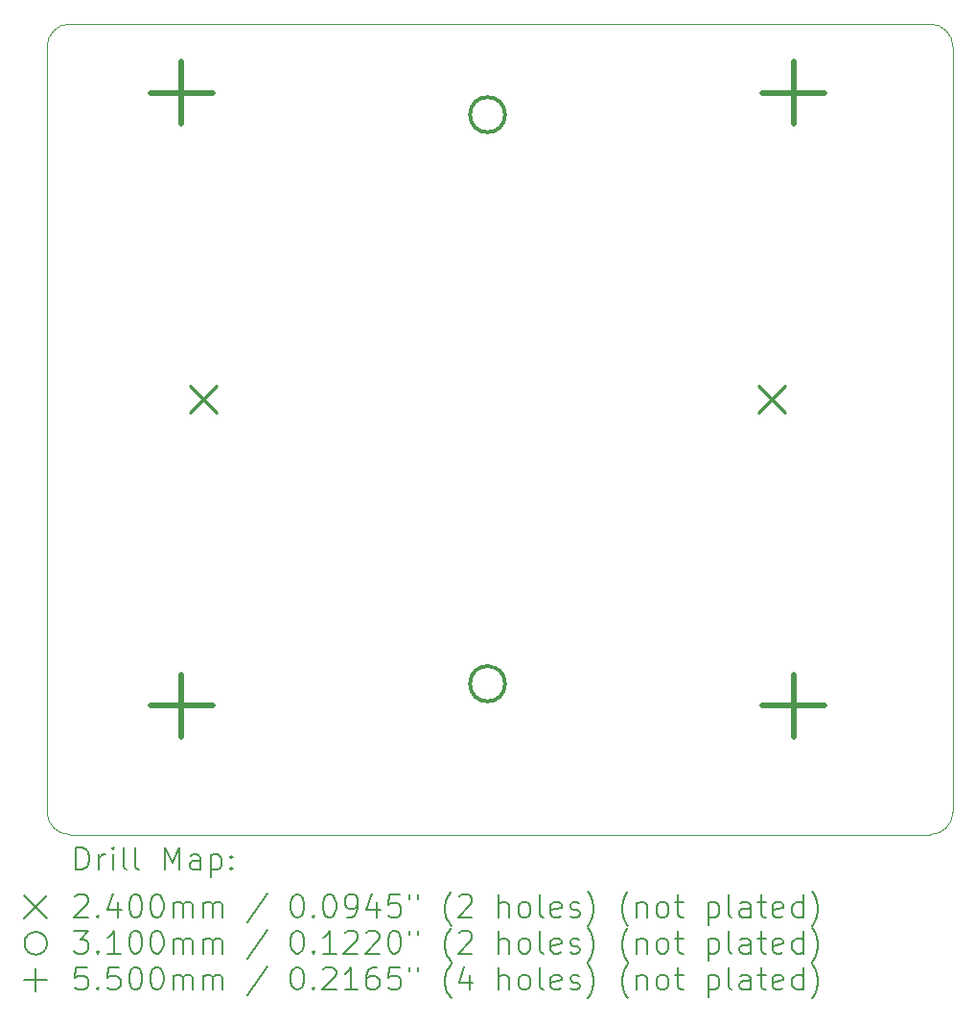
<source format=gbr>
%FSLAX45Y45*%
G04 Gerber Fmt 4.5, Leading zero omitted, Abs format (unit mm)*
G04 Created by KiCad (PCBNEW (6.0.2)) date 2022-09-07 19:19:19*
%MOMM*%
%LPD*%
G01*
G04 APERTURE LIST*
%TA.AperFunction,Profile*%
%ADD10C,0.001000*%
%TD*%
%ADD11C,0.200000*%
%ADD12C,0.240000*%
%ADD13C,0.310000*%
%ADD14C,0.550000*%
G04 APERTURE END LIST*
D10*
X11050110Y-6925360D02*
G75*
G03*
X10850110Y-7125360I0J-200000D01*
G01*
X18850110Y-7125360D02*
G75*
G03*
X18650110Y-6925360I-200000J0D01*
G01*
X18650110Y-14075360D02*
G75*
G03*
X18850110Y-13875360I0J200000D01*
G01*
X10850110Y-13875360D02*
X10850110Y-7125360D01*
X10850110Y-13875360D02*
G75*
G03*
X11050110Y-14075360I200000J0D01*
G01*
X18850110Y-7125360D02*
X18850110Y-13875360D01*
X18650110Y-14075360D02*
X11050110Y-14075360D01*
X11050110Y-6925360D02*
X18650110Y-6925360D01*
D11*
D12*
X12110110Y-10115360D02*
X12350110Y-10355360D01*
X12350110Y-10115360D02*
X12110110Y-10355360D01*
X17130110Y-10115360D02*
X17370110Y-10355360D01*
X17370110Y-10115360D02*
X17130110Y-10355360D01*
D13*
X14895110Y-7725360D02*
G75*
G03*
X14895110Y-7725360I-155000J0D01*
G01*
X14895110Y-12745360D02*
G75*
G03*
X14895110Y-12745360I-155000J0D01*
G01*
D14*
X12037110Y-7257360D02*
X12037110Y-7807360D01*
X11762110Y-7532360D02*
X12312110Y-7532360D01*
X12037110Y-12663360D02*
X12037110Y-13213360D01*
X11762110Y-12938360D02*
X12312110Y-12938360D01*
X17443110Y-7257360D02*
X17443110Y-7807360D01*
X17168110Y-7532360D02*
X17718110Y-7532360D01*
X17443110Y-12663360D02*
X17443110Y-13213360D01*
X17168110Y-12938360D02*
X17718110Y-12938360D01*
D11*
X11107679Y-14385886D02*
X11107679Y-14185886D01*
X11155298Y-14185886D01*
X11183870Y-14195410D01*
X11202917Y-14214458D01*
X11212441Y-14233505D01*
X11221965Y-14271600D01*
X11221965Y-14300172D01*
X11212441Y-14338267D01*
X11202917Y-14357315D01*
X11183870Y-14376362D01*
X11155298Y-14385886D01*
X11107679Y-14385886D01*
X11307679Y-14385886D02*
X11307679Y-14252553D01*
X11307679Y-14290648D02*
X11317203Y-14271600D01*
X11326727Y-14262077D01*
X11345774Y-14252553D01*
X11364822Y-14252553D01*
X11431488Y-14385886D02*
X11431488Y-14252553D01*
X11431488Y-14185886D02*
X11421965Y-14195410D01*
X11431488Y-14204934D01*
X11441012Y-14195410D01*
X11431488Y-14185886D01*
X11431488Y-14204934D01*
X11555298Y-14385886D02*
X11536250Y-14376362D01*
X11526727Y-14357315D01*
X11526727Y-14185886D01*
X11660060Y-14385886D02*
X11641012Y-14376362D01*
X11631488Y-14357315D01*
X11631488Y-14185886D01*
X11888631Y-14385886D02*
X11888631Y-14185886D01*
X11955298Y-14328743D01*
X12021965Y-14185886D01*
X12021965Y-14385886D01*
X12202917Y-14385886D02*
X12202917Y-14281124D01*
X12193393Y-14262077D01*
X12174346Y-14252553D01*
X12136250Y-14252553D01*
X12117203Y-14262077D01*
X12202917Y-14376362D02*
X12183869Y-14385886D01*
X12136250Y-14385886D01*
X12117203Y-14376362D01*
X12107679Y-14357315D01*
X12107679Y-14338267D01*
X12117203Y-14319219D01*
X12136250Y-14309696D01*
X12183869Y-14309696D01*
X12202917Y-14300172D01*
X12298155Y-14252553D02*
X12298155Y-14452553D01*
X12298155Y-14262077D02*
X12317203Y-14252553D01*
X12355298Y-14252553D01*
X12374346Y-14262077D01*
X12383869Y-14271600D01*
X12393393Y-14290648D01*
X12393393Y-14347791D01*
X12383869Y-14366838D01*
X12374346Y-14376362D01*
X12355298Y-14385886D01*
X12317203Y-14385886D01*
X12298155Y-14376362D01*
X12479108Y-14366838D02*
X12488631Y-14376362D01*
X12479108Y-14385886D01*
X12469584Y-14376362D01*
X12479108Y-14366838D01*
X12479108Y-14385886D01*
X12479108Y-14262077D02*
X12488631Y-14271600D01*
X12479108Y-14281124D01*
X12469584Y-14271600D01*
X12479108Y-14262077D01*
X12479108Y-14281124D01*
X10650060Y-14615410D02*
X10850060Y-14815410D01*
X10850060Y-14615410D02*
X10650060Y-14815410D01*
X11098155Y-14624934D02*
X11107679Y-14615410D01*
X11126727Y-14605886D01*
X11174346Y-14605886D01*
X11193393Y-14615410D01*
X11202917Y-14624934D01*
X11212441Y-14643981D01*
X11212441Y-14663029D01*
X11202917Y-14691600D01*
X11088631Y-14805886D01*
X11212441Y-14805886D01*
X11298155Y-14786838D02*
X11307679Y-14796362D01*
X11298155Y-14805886D01*
X11288631Y-14796362D01*
X11298155Y-14786838D01*
X11298155Y-14805886D01*
X11479108Y-14672553D02*
X11479108Y-14805886D01*
X11431488Y-14596362D02*
X11383869Y-14739219D01*
X11507679Y-14739219D01*
X11621965Y-14605886D02*
X11641012Y-14605886D01*
X11660060Y-14615410D01*
X11669584Y-14624934D01*
X11679108Y-14643981D01*
X11688631Y-14682077D01*
X11688631Y-14729696D01*
X11679108Y-14767791D01*
X11669584Y-14786838D01*
X11660060Y-14796362D01*
X11641012Y-14805886D01*
X11621965Y-14805886D01*
X11602917Y-14796362D01*
X11593393Y-14786838D01*
X11583869Y-14767791D01*
X11574346Y-14729696D01*
X11574346Y-14682077D01*
X11583869Y-14643981D01*
X11593393Y-14624934D01*
X11602917Y-14615410D01*
X11621965Y-14605886D01*
X11812441Y-14605886D02*
X11831488Y-14605886D01*
X11850536Y-14615410D01*
X11860060Y-14624934D01*
X11869584Y-14643981D01*
X11879108Y-14682077D01*
X11879108Y-14729696D01*
X11869584Y-14767791D01*
X11860060Y-14786838D01*
X11850536Y-14796362D01*
X11831488Y-14805886D01*
X11812441Y-14805886D01*
X11793393Y-14796362D01*
X11783869Y-14786838D01*
X11774346Y-14767791D01*
X11764822Y-14729696D01*
X11764822Y-14682077D01*
X11774346Y-14643981D01*
X11783869Y-14624934D01*
X11793393Y-14615410D01*
X11812441Y-14605886D01*
X11964822Y-14805886D02*
X11964822Y-14672553D01*
X11964822Y-14691600D02*
X11974346Y-14682077D01*
X11993393Y-14672553D01*
X12021965Y-14672553D01*
X12041012Y-14682077D01*
X12050536Y-14701124D01*
X12050536Y-14805886D01*
X12050536Y-14701124D02*
X12060060Y-14682077D01*
X12079108Y-14672553D01*
X12107679Y-14672553D01*
X12126727Y-14682077D01*
X12136250Y-14701124D01*
X12136250Y-14805886D01*
X12231488Y-14805886D02*
X12231488Y-14672553D01*
X12231488Y-14691600D02*
X12241012Y-14682077D01*
X12260060Y-14672553D01*
X12288631Y-14672553D01*
X12307679Y-14682077D01*
X12317203Y-14701124D01*
X12317203Y-14805886D01*
X12317203Y-14701124D02*
X12326727Y-14682077D01*
X12345774Y-14672553D01*
X12374346Y-14672553D01*
X12393393Y-14682077D01*
X12402917Y-14701124D01*
X12402917Y-14805886D01*
X12793393Y-14596362D02*
X12621965Y-14853505D01*
X13050536Y-14605886D02*
X13069584Y-14605886D01*
X13088631Y-14615410D01*
X13098155Y-14624934D01*
X13107679Y-14643981D01*
X13117203Y-14682077D01*
X13117203Y-14729696D01*
X13107679Y-14767791D01*
X13098155Y-14786838D01*
X13088631Y-14796362D01*
X13069584Y-14805886D01*
X13050536Y-14805886D01*
X13031488Y-14796362D01*
X13021965Y-14786838D01*
X13012441Y-14767791D01*
X13002917Y-14729696D01*
X13002917Y-14682077D01*
X13012441Y-14643981D01*
X13021965Y-14624934D01*
X13031488Y-14615410D01*
X13050536Y-14605886D01*
X13202917Y-14786838D02*
X13212441Y-14796362D01*
X13202917Y-14805886D01*
X13193393Y-14796362D01*
X13202917Y-14786838D01*
X13202917Y-14805886D01*
X13336250Y-14605886D02*
X13355298Y-14605886D01*
X13374346Y-14615410D01*
X13383869Y-14624934D01*
X13393393Y-14643981D01*
X13402917Y-14682077D01*
X13402917Y-14729696D01*
X13393393Y-14767791D01*
X13383869Y-14786838D01*
X13374346Y-14796362D01*
X13355298Y-14805886D01*
X13336250Y-14805886D01*
X13317203Y-14796362D01*
X13307679Y-14786838D01*
X13298155Y-14767791D01*
X13288631Y-14729696D01*
X13288631Y-14682077D01*
X13298155Y-14643981D01*
X13307679Y-14624934D01*
X13317203Y-14615410D01*
X13336250Y-14605886D01*
X13498155Y-14805886D02*
X13536250Y-14805886D01*
X13555298Y-14796362D01*
X13564822Y-14786838D01*
X13583869Y-14758267D01*
X13593393Y-14720172D01*
X13593393Y-14643981D01*
X13583869Y-14624934D01*
X13574346Y-14615410D01*
X13555298Y-14605886D01*
X13517203Y-14605886D01*
X13498155Y-14615410D01*
X13488631Y-14624934D01*
X13479108Y-14643981D01*
X13479108Y-14691600D01*
X13488631Y-14710648D01*
X13498155Y-14720172D01*
X13517203Y-14729696D01*
X13555298Y-14729696D01*
X13574346Y-14720172D01*
X13583869Y-14710648D01*
X13593393Y-14691600D01*
X13764822Y-14672553D02*
X13764822Y-14805886D01*
X13717203Y-14596362D02*
X13669584Y-14739219D01*
X13793393Y-14739219D01*
X13964822Y-14605886D02*
X13869584Y-14605886D01*
X13860060Y-14701124D01*
X13869584Y-14691600D01*
X13888631Y-14682077D01*
X13936250Y-14682077D01*
X13955298Y-14691600D01*
X13964822Y-14701124D01*
X13974346Y-14720172D01*
X13974346Y-14767791D01*
X13964822Y-14786838D01*
X13955298Y-14796362D01*
X13936250Y-14805886D01*
X13888631Y-14805886D01*
X13869584Y-14796362D01*
X13860060Y-14786838D01*
X14050536Y-14605886D02*
X14050536Y-14643981D01*
X14126727Y-14605886D02*
X14126727Y-14643981D01*
X14421965Y-14882077D02*
X14412441Y-14872553D01*
X14393393Y-14843981D01*
X14383869Y-14824934D01*
X14374346Y-14796362D01*
X14364822Y-14748743D01*
X14364822Y-14710648D01*
X14374346Y-14663029D01*
X14383869Y-14634458D01*
X14393393Y-14615410D01*
X14412441Y-14586838D01*
X14421965Y-14577315D01*
X14488631Y-14624934D02*
X14498155Y-14615410D01*
X14517203Y-14605886D01*
X14564822Y-14605886D01*
X14583869Y-14615410D01*
X14593393Y-14624934D01*
X14602917Y-14643981D01*
X14602917Y-14663029D01*
X14593393Y-14691600D01*
X14479108Y-14805886D01*
X14602917Y-14805886D01*
X14841012Y-14805886D02*
X14841012Y-14605886D01*
X14926727Y-14805886D02*
X14926727Y-14701124D01*
X14917203Y-14682077D01*
X14898155Y-14672553D01*
X14869584Y-14672553D01*
X14850536Y-14682077D01*
X14841012Y-14691600D01*
X15050536Y-14805886D02*
X15031488Y-14796362D01*
X15021965Y-14786838D01*
X15012441Y-14767791D01*
X15012441Y-14710648D01*
X15021965Y-14691600D01*
X15031488Y-14682077D01*
X15050536Y-14672553D01*
X15079108Y-14672553D01*
X15098155Y-14682077D01*
X15107679Y-14691600D01*
X15117203Y-14710648D01*
X15117203Y-14767791D01*
X15107679Y-14786838D01*
X15098155Y-14796362D01*
X15079108Y-14805886D01*
X15050536Y-14805886D01*
X15231488Y-14805886D02*
X15212441Y-14796362D01*
X15202917Y-14777315D01*
X15202917Y-14605886D01*
X15383869Y-14796362D02*
X15364822Y-14805886D01*
X15326727Y-14805886D01*
X15307679Y-14796362D01*
X15298155Y-14777315D01*
X15298155Y-14701124D01*
X15307679Y-14682077D01*
X15326727Y-14672553D01*
X15364822Y-14672553D01*
X15383869Y-14682077D01*
X15393393Y-14701124D01*
X15393393Y-14720172D01*
X15298155Y-14739219D01*
X15469584Y-14796362D02*
X15488631Y-14805886D01*
X15526727Y-14805886D01*
X15545774Y-14796362D01*
X15555298Y-14777315D01*
X15555298Y-14767791D01*
X15545774Y-14748743D01*
X15526727Y-14739219D01*
X15498155Y-14739219D01*
X15479108Y-14729696D01*
X15469584Y-14710648D01*
X15469584Y-14701124D01*
X15479108Y-14682077D01*
X15498155Y-14672553D01*
X15526727Y-14672553D01*
X15545774Y-14682077D01*
X15621965Y-14882077D02*
X15631488Y-14872553D01*
X15650536Y-14843981D01*
X15660060Y-14824934D01*
X15669584Y-14796362D01*
X15679108Y-14748743D01*
X15679108Y-14710648D01*
X15669584Y-14663029D01*
X15660060Y-14634458D01*
X15650536Y-14615410D01*
X15631488Y-14586838D01*
X15621965Y-14577315D01*
X15983869Y-14882077D02*
X15974346Y-14872553D01*
X15955298Y-14843981D01*
X15945774Y-14824934D01*
X15936250Y-14796362D01*
X15926727Y-14748743D01*
X15926727Y-14710648D01*
X15936250Y-14663029D01*
X15945774Y-14634458D01*
X15955298Y-14615410D01*
X15974346Y-14586838D01*
X15983869Y-14577315D01*
X16060060Y-14672553D02*
X16060060Y-14805886D01*
X16060060Y-14691600D02*
X16069584Y-14682077D01*
X16088631Y-14672553D01*
X16117203Y-14672553D01*
X16136250Y-14682077D01*
X16145774Y-14701124D01*
X16145774Y-14805886D01*
X16269584Y-14805886D02*
X16250536Y-14796362D01*
X16241012Y-14786838D01*
X16231488Y-14767791D01*
X16231488Y-14710648D01*
X16241012Y-14691600D01*
X16250536Y-14682077D01*
X16269584Y-14672553D01*
X16298155Y-14672553D01*
X16317203Y-14682077D01*
X16326727Y-14691600D01*
X16336250Y-14710648D01*
X16336250Y-14767791D01*
X16326727Y-14786838D01*
X16317203Y-14796362D01*
X16298155Y-14805886D01*
X16269584Y-14805886D01*
X16393393Y-14672553D02*
X16469584Y-14672553D01*
X16421965Y-14605886D02*
X16421965Y-14777315D01*
X16431488Y-14796362D01*
X16450536Y-14805886D01*
X16469584Y-14805886D01*
X16688631Y-14672553D02*
X16688631Y-14872553D01*
X16688631Y-14682077D02*
X16707679Y-14672553D01*
X16745774Y-14672553D01*
X16764822Y-14682077D01*
X16774346Y-14691600D01*
X16783870Y-14710648D01*
X16783870Y-14767791D01*
X16774346Y-14786838D01*
X16764822Y-14796362D01*
X16745774Y-14805886D01*
X16707679Y-14805886D01*
X16688631Y-14796362D01*
X16898155Y-14805886D02*
X16879108Y-14796362D01*
X16869584Y-14777315D01*
X16869584Y-14605886D01*
X17060060Y-14805886D02*
X17060060Y-14701124D01*
X17050536Y-14682077D01*
X17031489Y-14672553D01*
X16993393Y-14672553D01*
X16974346Y-14682077D01*
X17060060Y-14796362D02*
X17041012Y-14805886D01*
X16993393Y-14805886D01*
X16974346Y-14796362D01*
X16964822Y-14777315D01*
X16964822Y-14758267D01*
X16974346Y-14739219D01*
X16993393Y-14729696D01*
X17041012Y-14729696D01*
X17060060Y-14720172D01*
X17126727Y-14672553D02*
X17202917Y-14672553D01*
X17155298Y-14605886D02*
X17155298Y-14777315D01*
X17164822Y-14796362D01*
X17183870Y-14805886D01*
X17202917Y-14805886D01*
X17345774Y-14796362D02*
X17326727Y-14805886D01*
X17288631Y-14805886D01*
X17269584Y-14796362D01*
X17260060Y-14777315D01*
X17260060Y-14701124D01*
X17269584Y-14682077D01*
X17288631Y-14672553D01*
X17326727Y-14672553D01*
X17345774Y-14682077D01*
X17355298Y-14701124D01*
X17355298Y-14720172D01*
X17260060Y-14739219D01*
X17526727Y-14805886D02*
X17526727Y-14605886D01*
X17526727Y-14796362D02*
X17507679Y-14805886D01*
X17469584Y-14805886D01*
X17450536Y-14796362D01*
X17441012Y-14786838D01*
X17431489Y-14767791D01*
X17431489Y-14710648D01*
X17441012Y-14691600D01*
X17450536Y-14682077D01*
X17469584Y-14672553D01*
X17507679Y-14672553D01*
X17526727Y-14682077D01*
X17602917Y-14882077D02*
X17612441Y-14872553D01*
X17631489Y-14843981D01*
X17641012Y-14824934D01*
X17650536Y-14796362D01*
X17660060Y-14748743D01*
X17660060Y-14710648D01*
X17650536Y-14663029D01*
X17641012Y-14634458D01*
X17631489Y-14615410D01*
X17612441Y-14586838D01*
X17602917Y-14577315D01*
X10850060Y-15035410D02*
G75*
G03*
X10850060Y-15035410I-100000J0D01*
G01*
X11088631Y-14925886D02*
X11212441Y-14925886D01*
X11145774Y-15002077D01*
X11174346Y-15002077D01*
X11193393Y-15011600D01*
X11202917Y-15021124D01*
X11212441Y-15040172D01*
X11212441Y-15087791D01*
X11202917Y-15106838D01*
X11193393Y-15116362D01*
X11174346Y-15125886D01*
X11117203Y-15125886D01*
X11098155Y-15116362D01*
X11088631Y-15106838D01*
X11298155Y-15106838D02*
X11307679Y-15116362D01*
X11298155Y-15125886D01*
X11288631Y-15116362D01*
X11298155Y-15106838D01*
X11298155Y-15125886D01*
X11498155Y-15125886D02*
X11383869Y-15125886D01*
X11441012Y-15125886D02*
X11441012Y-14925886D01*
X11421965Y-14954458D01*
X11402917Y-14973505D01*
X11383869Y-14983029D01*
X11621965Y-14925886D02*
X11641012Y-14925886D01*
X11660060Y-14935410D01*
X11669584Y-14944934D01*
X11679108Y-14963981D01*
X11688631Y-15002077D01*
X11688631Y-15049696D01*
X11679108Y-15087791D01*
X11669584Y-15106838D01*
X11660060Y-15116362D01*
X11641012Y-15125886D01*
X11621965Y-15125886D01*
X11602917Y-15116362D01*
X11593393Y-15106838D01*
X11583869Y-15087791D01*
X11574346Y-15049696D01*
X11574346Y-15002077D01*
X11583869Y-14963981D01*
X11593393Y-14944934D01*
X11602917Y-14935410D01*
X11621965Y-14925886D01*
X11812441Y-14925886D02*
X11831488Y-14925886D01*
X11850536Y-14935410D01*
X11860060Y-14944934D01*
X11869584Y-14963981D01*
X11879108Y-15002077D01*
X11879108Y-15049696D01*
X11869584Y-15087791D01*
X11860060Y-15106838D01*
X11850536Y-15116362D01*
X11831488Y-15125886D01*
X11812441Y-15125886D01*
X11793393Y-15116362D01*
X11783869Y-15106838D01*
X11774346Y-15087791D01*
X11764822Y-15049696D01*
X11764822Y-15002077D01*
X11774346Y-14963981D01*
X11783869Y-14944934D01*
X11793393Y-14935410D01*
X11812441Y-14925886D01*
X11964822Y-15125886D02*
X11964822Y-14992553D01*
X11964822Y-15011600D02*
X11974346Y-15002077D01*
X11993393Y-14992553D01*
X12021965Y-14992553D01*
X12041012Y-15002077D01*
X12050536Y-15021124D01*
X12050536Y-15125886D01*
X12050536Y-15021124D02*
X12060060Y-15002077D01*
X12079108Y-14992553D01*
X12107679Y-14992553D01*
X12126727Y-15002077D01*
X12136250Y-15021124D01*
X12136250Y-15125886D01*
X12231488Y-15125886D02*
X12231488Y-14992553D01*
X12231488Y-15011600D02*
X12241012Y-15002077D01*
X12260060Y-14992553D01*
X12288631Y-14992553D01*
X12307679Y-15002077D01*
X12317203Y-15021124D01*
X12317203Y-15125886D01*
X12317203Y-15021124D02*
X12326727Y-15002077D01*
X12345774Y-14992553D01*
X12374346Y-14992553D01*
X12393393Y-15002077D01*
X12402917Y-15021124D01*
X12402917Y-15125886D01*
X12793393Y-14916362D02*
X12621965Y-15173505D01*
X13050536Y-14925886D02*
X13069584Y-14925886D01*
X13088631Y-14935410D01*
X13098155Y-14944934D01*
X13107679Y-14963981D01*
X13117203Y-15002077D01*
X13117203Y-15049696D01*
X13107679Y-15087791D01*
X13098155Y-15106838D01*
X13088631Y-15116362D01*
X13069584Y-15125886D01*
X13050536Y-15125886D01*
X13031488Y-15116362D01*
X13021965Y-15106838D01*
X13012441Y-15087791D01*
X13002917Y-15049696D01*
X13002917Y-15002077D01*
X13012441Y-14963981D01*
X13021965Y-14944934D01*
X13031488Y-14935410D01*
X13050536Y-14925886D01*
X13202917Y-15106838D02*
X13212441Y-15116362D01*
X13202917Y-15125886D01*
X13193393Y-15116362D01*
X13202917Y-15106838D01*
X13202917Y-15125886D01*
X13402917Y-15125886D02*
X13288631Y-15125886D01*
X13345774Y-15125886D02*
X13345774Y-14925886D01*
X13326727Y-14954458D01*
X13307679Y-14973505D01*
X13288631Y-14983029D01*
X13479108Y-14944934D02*
X13488631Y-14935410D01*
X13507679Y-14925886D01*
X13555298Y-14925886D01*
X13574346Y-14935410D01*
X13583869Y-14944934D01*
X13593393Y-14963981D01*
X13593393Y-14983029D01*
X13583869Y-15011600D01*
X13469584Y-15125886D01*
X13593393Y-15125886D01*
X13669584Y-14944934D02*
X13679108Y-14935410D01*
X13698155Y-14925886D01*
X13745774Y-14925886D01*
X13764822Y-14935410D01*
X13774346Y-14944934D01*
X13783869Y-14963981D01*
X13783869Y-14983029D01*
X13774346Y-15011600D01*
X13660060Y-15125886D01*
X13783869Y-15125886D01*
X13907679Y-14925886D02*
X13926727Y-14925886D01*
X13945774Y-14935410D01*
X13955298Y-14944934D01*
X13964822Y-14963981D01*
X13974346Y-15002077D01*
X13974346Y-15049696D01*
X13964822Y-15087791D01*
X13955298Y-15106838D01*
X13945774Y-15116362D01*
X13926727Y-15125886D01*
X13907679Y-15125886D01*
X13888631Y-15116362D01*
X13879108Y-15106838D01*
X13869584Y-15087791D01*
X13860060Y-15049696D01*
X13860060Y-15002077D01*
X13869584Y-14963981D01*
X13879108Y-14944934D01*
X13888631Y-14935410D01*
X13907679Y-14925886D01*
X14050536Y-14925886D02*
X14050536Y-14963981D01*
X14126727Y-14925886D02*
X14126727Y-14963981D01*
X14421965Y-15202077D02*
X14412441Y-15192553D01*
X14393393Y-15163981D01*
X14383869Y-15144934D01*
X14374346Y-15116362D01*
X14364822Y-15068743D01*
X14364822Y-15030648D01*
X14374346Y-14983029D01*
X14383869Y-14954458D01*
X14393393Y-14935410D01*
X14412441Y-14906838D01*
X14421965Y-14897315D01*
X14488631Y-14944934D02*
X14498155Y-14935410D01*
X14517203Y-14925886D01*
X14564822Y-14925886D01*
X14583869Y-14935410D01*
X14593393Y-14944934D01*
X14602917Y-14963981D01*
X14602917Y-14983029D01*
X14593393Y-15011600D01*
X14479108Y-15125886D01*
X14602917Y-15125886D01*
X14841012Y-15125886D02*
X14841012Y-14925886D01*
X14926727Y-15125886D02*
X14926727Y-15021124D01*
X14917203Y-15002077D01*
X14898155Y-14992553D01*
X14869584Y-14992553D01*
X14850536Y-15002077D01*
X14841012Y-15011600D01*
X15050536Y-15125886D02*
X15031488Y-15116362D01*
X15021965Y-15106838D01*
X15012441Y-15087791D01*
X15012441Y-15030648D01*
X15021965Y-15011600D01*
X15031488Y-15002077D01*
X15050536Y-14992553D01*
X15079108Y-14992553D01*
X15098155Y-15002077D01*
X15107679Y-15011600D01*
X15117203Y-15030648D01*
X15117203Y-15087791D01*
X15107679Y-15106838D01*
X15098155Y-15116362D01*
X15079108Y-15125886D01*
X15050536Y-15125886D01*
X15231488Y-15125886D02*
X15212441Y-15116362D01*
X15202917Y-15097315D01*
X15202917Y-14925886D01*
X15383869Y-15116362D02*
X15364822Y-15125886D01*
X15326727Y-15125886D01*
X15307679Y-15116362D01*
X15298155Y-15097315D01*
X15298155Y-15021124D01*
X15307679Y-15002077D01*
X15326727Y-14992553D01*
X15364822Y-14992553D01*
X15383869Y-15002077D01*
X15393393Y-15021124D01*
X15393393Y-15040172D01*
X15298155Y-15059219D01*
X15469584Y-15116362D02*
X15488631Y-15125886D01*
X15526727Y-15125886D01*
X15545774Y-15116362D01*
X15555298Y-15097315D01*
X15555298Y-15087791D01*
X15545774Y-15068743D01*
X15526727Y-15059219D01*
X15498155Y-15059219D01*
X15479108Y-15049696D01*
X15469584Y-15030648D01*
X15469584Y-15021124D01*
X15479108Y-15002077D01*
X15498155Y-14992553D01*
X15526727Y-14992553D01*
X15545774Y-15002077D01*
X15621965Y-15202077D02*
X15631488Y-15192553D01*
X15650536Y-15163981D01*
X15660060Y-15144934D01*
X15669584Y-15116362D01*
X15679108Y-15068743D01*
X15679108Y-15030648D01*
X15669584Y-14983029D01*
X15660060Y-14954458D01*
X15650536Y-14935410D01*
X15631488Y-14906838D01*
X15621965Y-14897315D01*
X15983869Y-15202077D02*
X15974346Y-15192553D01*
X15955298Y-15163981D01*
X15945774Y-15144934D01*
X15936250Y-15116362D01*
X15926727Y-15068743D01*
X15926727Y-15030648D01*
X15936250Y-14983029D01*
X15945774Y-14954458D01*
X15955298Y-14935410D01*
X15974346Y-14906838D01*
X15983869Y-14897315D01*
X16060060Y-14992553D02*
X16060060Y-15125886D01*
X16060060Y-15011600D02*
X16069584Y-15002077D01*
X16088631Y-14992553D01*
X16117203Y-14992553D01*
X16136250Y-15002077D01*
X16145774Y-15021124D01*
X16145774Y-15125886D01*
X16269584Y-15125886D02*
X16250536Y-15116362D01*
X16241012Y-15106838D01*
X16231488Y-15087791D01*
X16231488Y-15030648D01*
X16241012Y-15011600D01*
X16250536Y-15002077D01*
X16269584Y-14992553D01*
X16298155Y-14992553D01*
X16317203Y-15002077D01*
X16326727Y-15011600D01*
X16336250Y-15030648D01*
X16336250Y-15087791D01*
X16326727Y-15106838D01*
X16317203Y-15116362D01*
X16298155Y-15125886D01*
X16269584Y-15125886D01*
X16393393Y-14992553D02*
X16469584Y-14992553D01*
X16421965Y-14925886D02*
X16421965Y-15097315D01*
X16431488Y-15116362D01*
X16450536Y-15125886D01*
X16469584Y-15125886D01*
X16688631Y-14992553D02*
X16688631Y-15192553D01*
X16688631Y-15002077D02*
X16707679Y-14992553D01*
X16745774Y-14992553D01*
X16764822Y-15002077D01*
X16774346Y-15011600D01*
X16783870Y-15030648D01*
X16783870Y-15087791D01*
X16774346Y-15106838D01*
X16764822Y-15116362D01*
X16745774Y-15125886D01*
X16707679Y-15125886D01*
X16688631Y-15116362D01*
X16898155Y-15125886D02*
X16879108Y-15116362D01*
X16869584Y-15097315D01*
X16869584Y-14925886D01*
X17060060Y-15125886D02*
X17060060Y-15021124D01*
X17050536Y-15002077D01*
X17031489Y-14992553D01*
X16993393Y-14992553D01*
X16974346Y-15002077D01*
X17060060Y-15116362D02*
X17041012Y-15125886D01*
X16993393Y-15125886D01*
X16974346Y-15116362D01*
X16964822Y-15097315D01*
X16964822Y-15078267D01*
X16974346Y-15059219D01*
X16993393Y-15049696D01*
X17041012Y-15049696D01*
X17060060Y-15040172D01*
X17126727Y-14992553D02*
X17202917Y-14992553D01*
X17155298Y-14925886D02*
X17155298Y-15097315D01*
X17164822Y-15116362D01*
X17183870Y-15125886D01*
X17202917Y-15125886D01*
X17345774Y-15116362D02*
X17326727Y-15125886D01*
X17288631Y-15125886D01*
X17269584Y-15116362D01*
X17260060Y-15097315D01*
X17260060Y-15021124D01*
X17269584Y-15002077D01*
X17288631Y-14992553D01*
X17326727Y-14992553D01*
X17345774Y-15002077D01*
X17355298Y-15021124D01*
X17355298Y-15040172D01*
X17260060Y-15059219D01*
X17526727Y-15125886D02*
X17526727Y-14925886D01*
X17526727Y-15116362D02*
X17507679Y-15125886D01*
X17469584Y-15125886D01*
X17450536Y-15116362D01*
X17441012Y-15106838D01*
X17431489Y-15087791D01*
X17431489Y-15030648D01*
X17441012Y-15011600D01*
X17450536Y-15002077D01*
X17469584Y-14992553D01*
X17507679Y-14992553D01*
X17526727Y-15002077D01*
X17602917Y-15202077D02*
X17612441Y-15192553D01*
X17631489Y-15163981D01*
X17641012Y-15144934D01*
X17650536Y-15116362D01*
X17660060Y-15068743D01*
X17660060Y-15030648D01*
X17650536Y-14983029D01*
X17641012Y-14954458D01*
X17631489Y-14935410D01*
X17612441Y-14906838D01*
X17602917Y-14897315D01*
X10750060Y-15255410D02*
X10750060Y-15455410D01*
X10650060Y-15355410D02*
X10850060Y-15355410D01*
X11202917Y-15245886D02*
X11107679Y-15245886D01*
X11098155Y-15341124D01*
X11107679Y-15331600D01*
X11126727Y-15322077D01*
X11174346Y-15322077D01*
X11193393Y-15331600D01*
X11202917Y-15341124D01*
X11212441Y-15360172D01*
X11212441Y-15407791D01*
X11202917Y-15426838D01*
X11193393Y-15436362D01*
X11174346Y-15445886D01*
X11126727Y-15445886D01*
X11107679Y-15436362D01*
X11098155Y-15426838D01*
X11298155Y-15426838D02*
X11307679Y-15436362D01*
X11298155Y-15445886D01*
X11288631Y-15436362D01*
X11298155Y-15426838D01*
X11298155Y-15445886D01*
X11488631Y-15245886D02*
X11393393Y-15245886D01*
X11383869Y-15341124D01*
X11393393Y-15331600D01*
X11412441Y-15322077D01*
X11460060Y-15322077D01*
X11479108Y-15331600D01*
X11488631Y-15341124D01*
X11498155Y-15360172D01*
X11498155Y-15407791D01*
X11488631Y-15426838D01*
X11479108Y-15436362D01*
X11460060Y-15445886D01*
X11412441Y-15445886D01*
X11393393Y-15436362D01*
X11383869Y-15426838D01*
X11621965Y-15245886D02*
X11641012Y-15245886D01*
X11660060Y-15255410D01*
X11669584Y-15264934D01*
X11679108Y-15283981D01*
X11688631Y-15322077D01*
X11688631Y-15369696D01*
X11679108Y-15407791D01*
X11669584Y-15426838D01*
X11660060Y-15436362D01*
X11641012Y-15445886D01*
X11621965Y-15445886D01*
X11602917Y-15436362D01*
X11593393Y-15426838D01*
X11583869Y-15407791D01*
X11574346Y-15369696D01*
X11574346Y-15322077D01*
X11583869Y-15283981D01*
X11593393Y-15264934D01*
X11602917Y-15255410D01*
X11621965Y-15245886D01*
X11812441Y-15245886D02*
X11831488Y-15245886D01*
X11850536Y-15255410D01*
X11860060Y-15264934D01*
X11869584Y-15283981D01*
X11879108Y-15322077D01*
X11879108Y-15369696D01*
X11869584Y-15407791D01*
X11860060Y-15426838D01*
X11850536Y-15436362D01*
X11831488Y-15445886D01*
X11812441Y-15445886D01*
X11793393Y-15436362D01*
X11783869Y-15426838D01*
X11774346Y-15407791D01*
X11764822Y-15369696D01*
X11764822Y-15322077D01*
X11774346Y-15283981D01*
X11783869Y-15264934D01*
X11793393Y-15255410D01*
X11812441Y-15245886D01*
X11964822Y-15445886D02*
X11964822Y-15312553D01*
X11964822Y-15331600D02*
X11974346Y-15322077D01*
X11993393Y-15312553D01*
X12021965Y-15312553D01*
X12041012Y-15322077D01*
X12050536Y-15341124D01*
X12050536Y-15445886D01*
X12050536Y-15341124D02*
X12060060Y-15322077D01*
X12079108Y-15312553D01*
X12107679Y-15312553D01*
X12126727Y-15322077D01*
X12136250Y-15341124D01*
X12136250Y-15445886D01*
X12231488Y-15445886D02*
X12231488Y-15312553D01*
X12231488Y-15331600D02*
X12241012Y-15322077D01*
X12260060Y-15312553D01*
X12288631Y-15312553D01*
X12307679Y-15322077D01*
X12317203Y-15341124D01*
X12317203Y-15445886D01*
X12317203Y-15341124D02*
X12326727Y-15322077D01*
X12345774Y-15312553D01*
X12374346Y-15312553D01*
X12393393Y-15322077D01*
X12402917Y-15341124D01*
X12402917Y-15445886D01*
X12793393Y-15236362D02*
X12621965Y-15493505D01*
X13050536Y-15245886D02*
X13069584Y-15245886D01*
X13088631Y-15255410D01*
X13098155Y-15264934D01*
X13107679Y-15283981D01*
X13117203Y-15322077D01*
X13117203Y-15369696D01*
X13107679Y-15407791D01*
X13098155Y-15426838D01*
X13088631Y-15436362D01*
X13069584Y-15445886D01*
X13050536Y-15445886D01*
X13031488Y-15436362D01*
X13021965Y-15426838D01*
X13012441Y-15407791D01*
X13002917Y-15369696D01*
X13002917Y-15322077D01*
X13012441Y-15283981D01*
X13021965Y-15264934D01*
X13031488Y-15255410D01*
X13050536Y-15245886D01*
X13202917Y-15426838D02*
X13212441Y-15436362D01*
X13202917Y-15445886D01*
X13193393Y-15436362D01*
X13202917Y-15426838D01*
X13202917Y-15445886D01*
X13288631Y-15264934D02*
X13298155Y-15255410D01*
X13317203Y-15245886D01*
X13364822Y-15245886D01*
X13383869Y-15255410D01*
X13393393Y-15264934D01*
X13402917Y-15283981D01*
X13402917Y-15303029D01*
X13393393Y-15331600D01*
X13279108Y-15445886D01*
X13402917Y-15445886D01*
X13593393Y-15445886D02*
X13479108Y-15445886D01*
X13536250Y-15445886D02*
X13536250Y-15245886D01*
X13517203Y-15274458D01*
X13498155Y-15293505D01*
X13479108Y-15303029D01*
X13764822Y-15245886D02*
X13726727Y-15245886D01*
X13707679Y-15255410D01*
X13698155Y-15264934D01*
X13679108Y-15293505D01*
X13669584Y-15331600D01*
X13669584Y-15407791D01*
X13679108Y-15426838D01*
X13688631Y-15436362D01*
X13707679Y-15445886D01*
X13745774Y-15445886D01*
X13764822Y-15436362D01*
X13774346Y-15426838D01*
X13783869Y-15407791D01*
X13783869Y-15360172D01*
X13774346Y-15341124D01*
X13764822Y-15331600D01*
X13745774Y-15322077D01*
X13707679Y-15322077D01*
X13688631Y-15331600D01*
X13679108Y-15341124D01*
X13669584Y-15360172D01*
X13964822Y-15245886D02*
X13869584Y-15245886D01*
X13860060Y-15341124D01*
X13869584Y-15331600D01*
X13888631Y-15322077D01*
X13936250Y-15322077D01*
X13955298Y-15331600D01*
X13964822Y-15341124D01*
X13974346Y-15360172D01*
X13974346Y-15407791D01*
X13964822Y-15426838D01*
X13955298Y-15436362D01*
X13936250Y-15445886D01*
X13888631Y-15445886D01*
X13869584Y-15436362D01*
X13860060Y-15426838D01*
X14050536Y-15245886D02*
X14050536Y-15283981D01*
X14126727Y-15245886D02*
X14126727Y-15283981D01*
X14421965Y-15522077D02*
X14412441Y-15512553D01*
X14393393Y-15483981D01*
X14383869Y-15464934D01*
X14374346Y-15436362D01*
X14364822Y-15388743D01*
X14364822Y-15350648D01*
X14374346Y-15303029D01*
X14383869Y-15274458D01*
X14393393Y-15255410D01*
X14412441Y-15226838D01*
X14421965Y-15217315D01*
X14583869Y-15312553D02*
X14583869Y-15445886D01*
X14536250Y-15236362D02*
X14488631Y-15379219D01*
X14612441Y-15379219D01*
X14841012Y-15445886D02*
X14841012Y-15245886D01*
X14926727Y-15445886D02*
X14926727Y-15341124D01*
X14917203Y-15322077D01*
X14898155Y-15312553D01*
X14869584Y-15312553D01*
X14850536Y-15322077D01*
X14841012Y-15331600D01*
X15050536Y-15445886D02*
X15031488Y-15436362D01*
X15021965Y-15426838D01*
X15012441Y-15407791D01*
X15012441Y-15350648D01*
X15021965Y-15331600D01*
X15031488Y-15322077D01*
X15050536Y-15312553D01*
X15079108Y-15312553D01*
X15098155Y-15322077D01*
X15107679Y-15331600D01*
X15117203Y-15350648D01*
X15117203Y-15407791D01*
X15107679Y-15426838D01*
X15098155Y-15436362D01*
X15079108Y-15445886D01*
X15050536Y-15445886D01*
X15231488Y-15445886D02*
X15212441Y-15436362D01*
X15202917Y-15417315D01*
X15202917Y-15245886D01*
X15383869Y-15436362D02*
X15364822Y-15445886D01*
X15326727Y-15445886D01*
X15307679Y-15436362D01*
X15298155Y-15417315D01*
X15298155Y-15341124D01*
X15307679Y-15322077D01*
X15326727Y-15312553D01*
X15364822Y-15312553D01*
X15383869Y-15322077D01*
X15393393Y-15341124D01*
X15393393Y-15360172D01*
X15298155Y-15379219D01*
X15469584Y-15436362D02*
X15488631Y-15445886D01*
X15526727Y-15445886D01*
X15545774Y-15436362D01*
X15555298Y-15417315D01*
X15555298Y-15407791D01*
X15545774Y-15388743D01*
X15526727Y-15379219D01*
X15498155Y-15379219D01*
X15479108Y-15369696D01*
X15469584Y-15350648D01*
X15469584Y-15341124D01*
X15479108Y-15322077D01*
X15498155Y-15312553D01*
X15526727Y-15312553D01*
X15545774Y-15322077D01*
X15621965Y-15522077D02*
X15631488Y-15512553D01*
X15650536Y-15483981D01*
X15660060Y-15464934D01*
X15669584Y-15436362D01*
X15679108Y-15388743D01*
X15679108Y-15350648D01*
X15669584Y-15303029D01*
X15660060Y-15274458D01*
X15650536Y-15255410D01*
X15631488Y-15226838D01*
X15621965Y-15217315D01*
X15983869Y-15522077D02*
X15974346Y-15512553D01*
X15955298Y-15483981D01*
X15945774Y-15464934D01*
X15936250Y-15436362D01*
X15926727Y-15388743D01*
X15926727Y-15350648D01*
X15936250Y-15303029D01*
X15945774Y-15274458D01*
X15955298Y-15255410D01*
X15974346Y-15226838D01*
X15983869Y-15217315D01*
X16060060Y-15312553D02*
X16060060Y-15445886D01*
X16060060Y-15331600D02*
X16069584Y-15322077D01*
X16088631Y-15312553D01*
X16117203Y-15312553D01*
X16136250Y-15322077D01*
X16145774Y-15341124D01*
X16145774Y-15445886D01*
X16269584Y-15445886D02*
X16250536Y-15436362D01*
X16241012Y-15426838D01*
X16231488Y-15407791D01*
X16231488Y-15350648D01*
X16241012Y-15331600D01*
X16250536Y-15322077D01*
X16269584Y-15312553D01*
X16298155Y-15312553D01*
X16317203Y-15322077D01*
X16326727Y-15331600D01*
X16336250Y-15350648D01*
X16336250Y-15407791D01*
X16326727Y-15426838D01*
X16317203Y-15436362D01*
X16298155Y-15445886D01*
X16269584Y-15445886D01*
X16393393Y-15312553D02*
X16469584Y-15312553D01*
X16421965Y-15245886D02*
X16421965Y-15417315D01*
X16431488Y-15436362D01*
X16450536Y-15445886D01*
X16469584Y-15445886D01*
X16688631Y-15312553D02*
X16688631Y-15512553D01*
X16688631Y-15322077D02*
X16707679Y-15312553D01*
X16745774Y-15312553D01*
X16764822Y-15322077D01*
X16774346Y-15331600D01*
X16783870Y-15350648D01*
X16783870Y-15407791D01*
X16774346Y-15426838D01*
X16764822Y-15436362D01*
X16745774Y-15445886D01*
X16707679Y-15445886D01*
X16688631Y-15436362D01*
X16898155Y-15445886D02*
X16879108Y-15436362D01*
X16869584Y-15417315D01*
X16869584Y-15245886D01*
X17060060Y-15445886D02*
X17060060Y-15341124D01*
X17050536Y-15322077D01*
X17031489Y-15312553D01*
X16993393Y-15312553D01*
X16974346Y-15322077D01*
X17060060Y-15436362D02*
X17041012Y-15445886D01*
X16993393Y-15445886D01*
X16974346Y-15436362D01*
X16964822Y-15417315D01*
X16964822Y-15398267D01*
X16974346Y-15379219D01*
X16993393Y-15369696D01*
X17041012Y-15369696D01*
X17060060Y-15360172D01*
X17126727Y-15312553D02*
X17202917Y-15312553D01*
X17155298Y-15245886D02*
X17155298Y-15417315D01*
X17164822Y-15436362D01*
X17183870Y-15445886D01*
X17202917Y-15445886D01*
X17345774Y-15436362D02*
X17326727Y-15445886D01*
X17288631Y-15445886D01*
X17269584Y-15436362D01*
X17260060Y-15417315D01*
X17260060Y-15341124D01*
X17269584Y-15322077D01*
X17288631Y-15312553D01*
X17326727Y-15312553D01*
X17345774Y-15322077D01*
X17355298Y-15341124D01*
X17355298Y-15360172D01*
X17260060Y-15379219D01*
X17526727Y-15445886D02*
X17526727Y-15245886D01*
X17526727Y-15436362D02*
X17507679Y-15445886D01*
X17469584Y-15445886D01*
X17450536Y-15436362D01*
X17441012Y-15426838D01*
X17431489Y-15407791D01*
X17431489Y-15350648D01*
X17441012Y-15331600D01*
X17450536Y-15322077D01*
X17469584Y-15312553D01*
X17507679Y-15312553D01*
X17526727Y-15322077D01*
X17602917Y-15522077D02*
X17612441Y-15512553D01*
X17631489Y-15483981D01*
X17641012Y-15464934D01*
X17650536Y-15436362D01*
X17660060Y-15388743D01*
X17660060Y-15350648D01*
X17650536Y-15303029D01*
X17641012Y-15274458D01*
X17631489Y-15255410D01*
X17612441Y-15226838D01*
X17602917Y-15217315D01*
M02*

</source>
